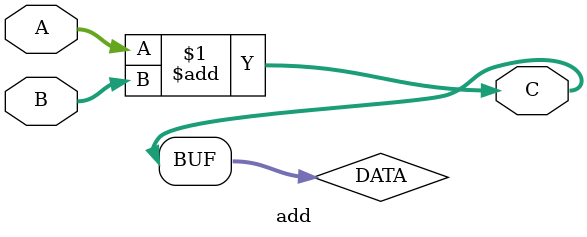
<source format=v>
`timescale 1ns / 1ps


module add(A,B,C);
    parameter WIDTH = 8;
    input[WIDTH-1:0] A,B;
    output[WIDTH-1:0] C;
    wire [WIDTH-1:0] DATA;
    assign DATA = A + B;
    assign C = DATA[WIDTH-1:0];
endmodule

</source>
